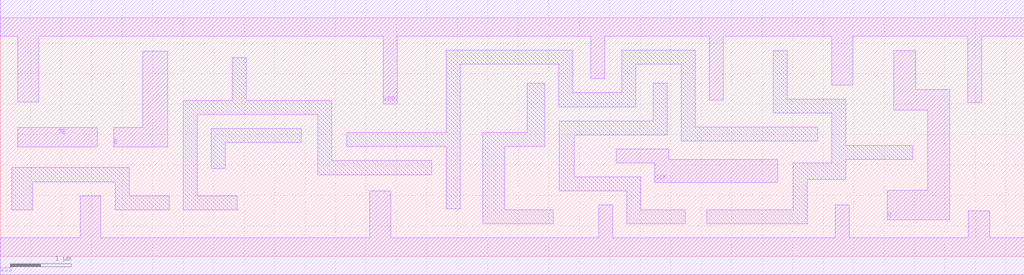
<source format=lef>
# Copyright 2022 GlobalFoundries PDK Authors
#
# Licensed under the Apache License, Version 2.0 (the "License");
# you may not use this file except in compliance with the License.
# You may obtain a copy of the License at
#
#      http://www.apache.org/licenses/LICENSE-2.0
#
# Unless required by applicable law or agreed to in writing, software
# distributed under the License is distributed on an "AS IS" BASIS,
# WITHOUT WARRANTIES OR CONDITIONS OF ANY KIND, either express or implied.
# See the License for the specific language governing permissions and
# limitations under the License.

MACRO gf180mcu_fd_sc_mcu7t5v0__icgtp_2
  CLASS core ;
  FOREIGN gf180mcu_fd_sc_mcu7t5v0__icgtp_2 0.0 0.0 ;
  ORIGIN 0 0 ;
  SYMMETRY X Y ;
  SITE GF018hv5v_mcu_sc7 ;
  SIZE 16.8 BY 3.92 ;
  PIN CLK
    DIRECTION INPUT ;
    USE clock ;
    ANTENNAGATEAREA 1.679 ;
    PORT
      LAYER METAL1 ;
        POLYGON 10.11 1.535 10.74 1.535 10.74 1.21 11.235 1.21 12.755 1.21 12.755 1.59 11.235 1.59 10.97 1.59 10.97 1.765 10.11 1.765  ;
    END
  END CLK
  PIN E
    DIRECTION INPUT ;
    ANTENNAGATEAREA 0.6995 ;
    PORT
      LAYER METAL1 ;
        POLYGON 1.865 1.8 2.75 1.8 2.75 3.37 2.34 3.37 2.34 2.12 1.865 2.12  ;
    END
  END E
  PIN TE
    DIRECTION INPUT ;
    ANTENNAGATEAREA 0.6995 ;
    PORT
      LAYER METAL1 ;
        POLYGON 0.29 1.8 1.59 1.8 1.59 2.12 0.29 2.12  ;
    END
  END TE
  PIN Q
    DIRECTION OUTPUT ;
    ANTENNADIFFAREA 1.118 ;
    PORT
      LAYER METAL1 ;
        POLYGON 14.66 2.4 14.97 2.4 15.22 2.4 15.22 1.08 14.555 1.08 14.555 0.6 15.58 0.6 15.58 2.74 15.02 2.74 15.02 3.38 14.97 3.38 14.66 3.38  ;
    END
  END Q
  PIN VDD
    DIRECTION INOUT ;
    USE power ;
    SHAPE ABUTMENT ;
    PORT
      LAYER METAL1 ;
        POLYGON 0 3.62 0.29 3.62 0.29 2.535 0.63 2.535 0.63 3.62 2.77 3.62 6.28 3.62 6.28 2.505 6.51 2.505 6.51 3.62 9.69 3.62 9.69 2.92 9.92 2.92 9.92 3.62 11.635 3.62 11.635 2.57 11.865 2.57 11.865 3.62 13.645 3.62 13.645 2.815 13.985 2.815 13.985 3.62 14.97 3.62 15.87 3.62 15.87 2.53 16.1 2.53 16.1 3.62 16.8 3.62 16.8 4.22 14.97 4.22 2.77 4.22 0 4.22  ;
    END
  END VDD
  PIN VSS
    DIRECTION INOUT ;
    USE ground ;
    SHAPE ABUTMENT ;
    PORT
      LAYER METAL1 ;
        POLYGON 0 -0.3 16.8 -0.3 16.8 0.3 16.235 0.3 16.235 0.75 15.885 0.75 15.885 0.3 13.93 0.3 13.93 0.845 13.7 0.845 13.7 0.3 10.05 0.3 10.05 0.845 9.82 0.845 9.82 0.3 6.405 0.3 6.405 1.075 6.065 1.075 6.065 0.3 1.65 0.3 1.65 0.995 1.31 0.995 1.31 0.3 0 0.3  ;
    END
  END VSS
  OBS
      LAYER METAL1 ;
        POLYGON 0.19 0.765 0.53 0.765 0.53 1.225 1.885 1.225 1.885 0.765 2.77 0.765 2.77 0.995 2.115 0.995 2.115 1.46 0.19 1.46  ;
        POLYGON 3.46 1.445 3.69 1.445 3.69 1.87 4.935 1.87 4.935 2.1 3.46 2.1  ;
        POLYGON 3.23 2.33 5.205 2.33 5.205 1.34 7.08 1.34 7.08 1.575 5.435 1.575 5.435 2.56 4.04 2.56 4.04 3.265 3.81 3.265 3.81 2.56 3 2.56 3 0.765 3.89 0.765 3.89 0.995 3.23 0.995  ;
        POLYGON 7.915 0.53 9.075 0.53 9.075 0.76 8.275 0.76 8.275 1.805 8.93 1.805 8.93 2.85 8.645 2.85 8.645 2.035 7.915 2.035  ;
        POLYGON 9.175 1.075 10.28 1.075 10.28 0.53 11.235 0.53 11.235 0.76 10.51 0.76 10.51 1.305 9.415 1.305 9.415 1.995 10.945 1.995 10.945 2.85 10.715 2.85 10.715 2.225 9.175 2.225  ;
        POLYGON 5.685 1.805 7.32 1.805 7.32 0.78 7.55 0.78 7.55 3.16 9.165 3.16 9.165 2.455 10.43 2.455 10.43 3.16 11.175 3.16 11.175 1.895 13.415 1.895 13.415 2.125 11.405 2.125 11.405 3.39 10.2 3.39 10.2 2.69 9.395 2.69 9.395 3.39 7.32 3.39 7.32 2.035 5.685 2.035  ;
        POLYGON 12.68 2.355 13.645 2.355 13.645 1.535 13.01 1.535 13.01 0.76 11.595 0.76 11.595 0.53 13.24 0.53 13.24 1.265 13.875 1.265 13.875 1.595 14.97 1.595 14.97 1.825 13.875 1.825 13.875 2.585 12.91 2.585 12.91 3.38 12.68 3.38  ;
  END
END gf180mcu_fd_sc_mcu7t5v0__icgtp_2

</source>
